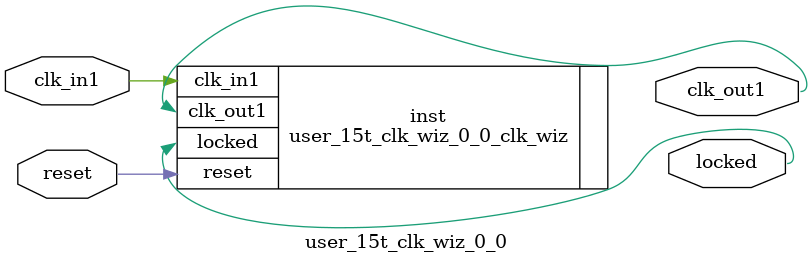
<source format=v>


`timescale 1ps/1ps

(* CORE_GENERATION_INFO = "user_15t_clk_wiz_0_0,clk_wiz_v5_3_3_0,{component_name=user_15t_clk_wiz_0_0,use_phase_alignment=true,use_min_o_jitter=false,use_max_i_jitter=false,use_dyn_phase_shift=false,use_inclk_switchover=false,use_dyn_reconfig=false,enable_axi=0,feedback_source=FDBK_AUTO,PRIMITIVE=MMCM,num_out_clk=1,clkin1_period=83.333,clkin2_period=10.0,use_power_down=false,use_reset=true,use_locked=true,use_inclk_stopped=false,feedback_type=SINGLE,CLOCK_MGR_TYPE=NA,manual_override=false}" *)

module user_15t_clk_wiz_0_0 
 (
  // Clock out ports
  output        clk_out1,
  // Status and control signals
  input         reset,
  output        locked,
 // Clock in ports
  input         clk_in1
 );

  user_15t_clk_wiz_0_0_clk_wiz inst
  (
  // Clock out ports  
  .clk_out1(clk_out1),
  // Status and control signals               
  .reset(reset), 
  .locked(locked),
 // Clock in ports
  .clk_in1(clk_in1)
  );

endmodule

</source>
